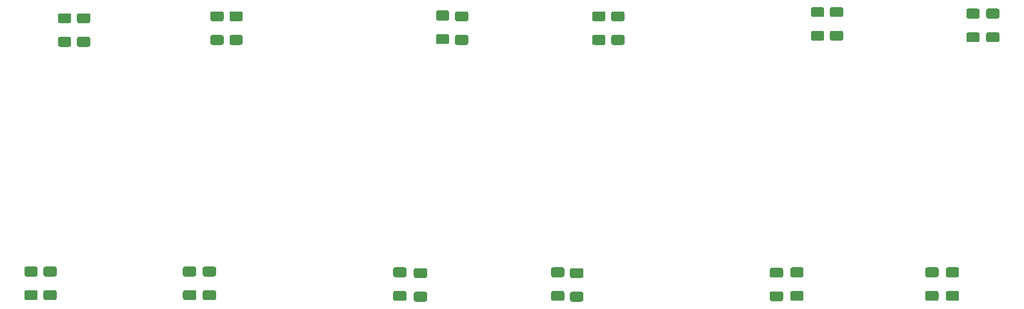
<source format=gbr>
%TF.GenerationSoftware,KiCad,Pcbnew,(5.1.9-0-10_14)*%
%TF.CreationDate,2021-06-18T00:48:09+02:00*%
%TF.ProjectId,V3,56332e6b-6963-4616-945f-706362585858,rev?*%
%TF.SameCoordinates,Original*%
%TF.FileFunction,Paste,Bot*%
%TF.FilePolarity,Positive*%
%FSLAX46Y46*%
G04 Gerber Fmt 4.6, Leading zero omitted, Abs format (unit mm)*
G04 Created by KiCad (PCBNEW (5.1.9-0-10_14)) date 2021-06-18 00:48:09*
%MOMM*%
%LPD*%
G01*
G04 APERTURE LIST*
G04 APERTURE END LIST*
%TO.C,R5*%
G36*
G01*
X188575000Y-77150000D02*
X189825000Y-77150000D01*
G75*
G02*
X190075000Y-77400000I0J-250000D01*
G01*
X190075000Y-78200000D01*
G75*
G02*
X189825000Y-78450000I-250000J0D01*
G01*
X188575000Y-78450000D01*
G75*
G02*
X188325000Y-78200000I0J250000D01*
G01*
X188325000Y-77400000D01*
G75*
G02*
X188575000Y-77150000I250000J0D01*
G01*
G37*
G36*
G01*
X188575000Y-80250000D02*
X189825000Y-80250000D01*
G75*
G02*
X190075000Y-80500000I0J-250000D01*
G01*
X190075000Y-81300000D01*
G75*
G02*
X189825000Y-81550000I-250000J0D01*
G01*
X188575000Y-81550000D01*
G75*
G02*
X188325000Y-81300000I0J250000D01*
G01*
X188325000Y-80500000D01*
G75*
G02*
X188575000Y-80250000I250000J0D01*
G01*
G37*
%TD*%
%TO.C,R6*%
G36*
G01*
X168075000Y-80250000D02*
X169325000Y-80250000D01*
G75*
G02*
X169575000Y-80500000I0J-250000D01*
G01*
X169575000Y-81300000D01*
G75*
G02*
X169325000Y-81550000I-250000J0D01*
G01*
X168075000Y-81550000D01*
G75*
G02*
X167825000Y-81300000I0J250000D01*
G01*
X167825000Y-80500000D01*
G75*
G02*
X168075000Y-80250000I250000J0D01*
G01*
G37*
G36*
G01*
X168075000Y-77150000D02*
X169325000Y-77150000D01*
G75*
G02*
X169575000Y-77400000I0J-250000D01*
G01*
X169575000Y-78200000D01*
G75*
G02*
X169325000Y-78450000I-250000J0D01*
G01*
X168075000Y-78450000D01*
G75*
G02*
X167825000Y-78200000I0J250000D01*
G01*
X167825000Y-77400000D01*
G75*
G02*
X168075000Y-77150000I250000J0D01*
G01*
G37*
%TD*%
%TO.C,R7*%
G36*
G01*
X187325000Y-78450000D02*
X186075000Y-78450000D01*
G75*
G02*
X185825000Y-78200000I0J250000D01*
G01*
X185825000Y-77400000D01*
G75*
G02*
X186075000Y-77150000I250000J0D01*
G01*
X187325000Y-77150000D01*
G75*
G02*
X187575000Y-77400000I0J-250000D01*
G01*
X187575000Y-78200000D01*
G75*
G02*
X187325000Y-78450000I-250000J0D01*
G01*
G37*
G36*
G01*
X187325000Y-81550000D02*
X186075000Y-81550000D01*
G75*
G02*
X185825000Y-81300000I0J250000D01*
G01*
X185825000Y-80500000D01*
G75*
G02*
X186075000Y-80250000I250000J0D01*
G01*
X187325000Y-80250000D01*
G75*
G02*
X187575000Y-80500000I0J-250000D01*
G01*
X187575000Y-81300000D01*
G75*
G02*
X187325000Y-81550000I-250000J0D01*
G01*
G37*
%TD*%
%TO.C,R8*%
G36*
G01*
X166825000Y-81450000D02*
X165575000Y-81450000D01*
G75*
G02*
X165325000Y-81200000I0J250000D01*
G01*
X165325000Y-80400000D01*
G75*
G02*
X165575000Y-80150000I250000J0D01*
G01*
X166825000Y-80150000D01*
G75*
G02*
X167075000Y-80400000I0J-250000D01*
G01*
X167075000Y-81200000D01*
G75*
G02*
X166825000Y-81450000I-250000J0D01*
G01*
G37*
G36*
G01*
X166825000Y-78350000D02*
X165575000Y-78350000D01*
G75*
G02*
X165325000Y-78100000I0J250000D01*
G01*
X165325000Y-77300000D01*
G75*
G02*
X165575000Y-77050000I250000J0D01*
G01*
X166825000Y-77050000D01*
G75*
G02*
X167075000Y-77300000I0J-250000D01*
G01*
X167075000Y-78100000D01*
G75*
G02*
X166825000Y-78350000I-250000J0D01*
G01*
G37*
%TD*%
%TO.C,R9*%
G36*
G01*
X138475000Y-80250000D02*
X139725000Y-80250000D01*
G75*
G02*
X139975000Y-80500000I0J-250000D01*
G01*
X139975000Y-81300000D01*
G75*
G02*
X139725000Y-81550000I-250000J0D01*
G01*
X138475000Y-81550000D01*
G75*
G02*
X138225000Y-81300000I0J250000D01*
G01*
X138225000Y-80500000D01*
G75*
G02*
X138475000Y-80250000I250000J0D01*
G01*
G37*
G36*
G01*
X138475000Y-77150000D02*
X139725000Y-77150000D01*
G75*
G02*
X139975000Y-77400000I0J-250000D01*
G01*
X139975000Y-78200000D01*
G75*
G02*
X139725000Y-78450000I-250000J0D01*
G01*
X138475000Y-78450000D01*
G75*
G02*
X138225000Y-78200000I0J250000D01*
G01*
X138225000Y-77400000D01*
G75*
G02*
X138475000Y-77150000I250000J0D01*
G01*
G37*
%TD*%
%TO.C,R10*%
G36*
G01*
X118475000Y-77400000D02*
X119725000Y-77400000D01*
G75*
G02*
X119975000Y-77650000I0J-250000D01*
G01*
X119975000Y-78450000D01*
G75*
G02*
X119725000Y-78700000I-250000J0D01*
G01*
X118475000Y-78700000D01*
G75*
G02*
X118225000Y-78450000I0J250000D01*
G01*
X118225000Y-77650000D01*
G75*
G02*
X118475000Y-77400000I250000J0D01*
G01*
G37*
G36*
G01*
X118475000Y-80500000D02*
X119725000Y-80500000D01*
G75*
G02*
X119975000Y-80750000I0J-250000D01*
G01*
X119975000Y-81550000D01*
G75*
G02*
X119725000Y-81800000I-250000J0D01*
G01*
X118475000Y-81800000D01*
G75*
G02*
X118225000Y-81550000I0J250000D01*
G01*
X118225000Y-80750000D01*
G75*
G02*
X118475000Y-80500000I250000J0D01*
G01*
G37*
%TD*%
%TO.C,R11*%
G36*
G01*
X137225000Y-81550000D02*
X135975000Y-81550000D01*
G75*
G02*
X135725000Y-81300000I0J250000D01*
G01*
X135725000Y-80500000D01*
G75*
G02*
X135975000Y-80250000I250000J0D01*
G01*
X137225000Y-80250000D01*
G75*
G02*
X137475000Y-80500000I0J-250000D01*
G01*
X137475000Y-81300000D01*
G75*
G02*
X137225000Y-81550000I-250000J0D01*
G01*
G37*
G36*
G01*
X137225000Y-78450000D02*
X135975000Y-78450000D01*
G75*
G02*
X135725000Y-78200000I0J250000D01*
G01*
X135725000Y-77400000D01*
G75*
G02*
X135975000Y-77150000I250000J0D01*
G01*
X137225000Y-77150000D01*
G75*
G02*
X137475000Y-77400000I0J-250000D01*
G01*
X137475000Y-78200000D01*
G75*
G02*
X137225000Y-78450000I-250000J0D01*
G01*
G37*
%TD*%
%TO.C,R12*%
G36*
G01*
X117225000Y-78700000D02*
X115975000Y-78700000D01*
G75*
G02*
X115725000Y-78450000I0J250000D01*
G01*
X115725000Y-77650000D01*
G75*
G02*
X115975000Y-77400000I250000J0D01*
G01*
X117225000Y-77400000D01*
G75*
G02*
X117475000Y-77650000I0J-250000D01*
G01*
X117475000Y-78450000D01*
G75*
G02*
X117225000Y-78700000I-250000J0D01*
G01*
G37*
G36*
G01*
X117225000Y-81800000D02*
X115975000Y-81800000D01*
G75*
G02*
X115725000Y-81550000I0J250000D01*
G01*
X115725000Y-80750000D01*
G75*
G02*
X115975000Y-80500000I250000J0D01*
G01*
X117225000Y-80500000D01*
G75*
G02*
X117475000Y-80750000I0J-250000D01*
G01*
X117475000Y-81550000D01*
G75*
G02*
X117225000Y-81800000I-250000J0D01*
G01*
G37*
%TD*%
%TO.C,R13*%
G36*
G01*
X237775000Y-79900000D02*
X239025000Y-79900000D01*
G75*
G02*
X239275000Y-80150000I0J-250000D01*
G01*
X239275000Y-80950000D01*
G75*
G02*
X239025000Y-81200000I-250000J0D01*
G01*
X237775000Y-81200000D01*
G75*
G02*
X237525000Y-80950000I0J250000D01*
G01*
X237525000Y-80150000D01*
G75*
G02*
X237775000Y-79900000I250000J0D01*
G01*
G37*
G36*
G01*
X237775000Y-76800000D02*
X239025000Y-76800000D01*
G75*
G02*
X239275000Y-77050000I0J-250000D01*
G01*
X239275000Y-77850000D01*
G75*
G02*
X239025000Y-78100000I-250000J0D01*
G01*
X237775000Y-78100000D01*
G75*
G02*
X237525000Y-77850000I0J250000D01*
G01*
X237525000Y-77050000D01*
G75*
G02*
X237775000Y-76800000I250000J0D01*
G01*
G37*
%TD*%
%TO.C,R14*%
G36*
G01*
X217275000Y-76600000D02*
X218525000Y-76600000D01*
G75*
G02*
X218775000Y-76850000I0J-250000D01*
G01*
X218775000Y-77650000D01*
G75*
G02*
X218525000Y-77900000I-250000J0D01*
G01*
X217275000Y-77900000D01*
G75*
G02*
X217025000Y-77650000I0J250000D01*
G01*
X217025000Y-76850000D01*
G75*
G02*
X217275000Y-76600000I250000J0D01*
G01*
G37*
G36*
G01*
X217275000Y-79700000D02*
X218525000Y-79700000D01*
G75*
G02*
X218775000Y-79950000I0J-250000D01*
G01*
X218775000Y-80750000D01*
G75*
G02*
X218525000Y-81000000I-250000J0D01*
G01*
X217275000Y-81000000D01*
G75*
G02*
X217025000Y-80750000I0J250000D01*
G01*
X217025000Y-79950000D01*
G75*
G02*
X217275000Y-79700000I250000J0D01*
G01*
G37*
%TD*%
%TO.C,R15*%
G36*
G01*
X236425000Y-81200000D02*
X235175000Y-81200000D01*
G75*
G02*
X234925000Y-80950000I0J250000D01*
G01*
X234925000Y-80150000D01*
G75*
G02*
X235175000Y-79900000I250000J0D01*
G01*
X236425000Y-79900000D01*
G75*
G02*
X236675000Y-80150000I0J-250000D01*
G01*
X236675000Y-80950000D01*
G75*
G02*
X236425000Y-81200000I-250000J0D01*
G01*
G37*
G36*
G01*
X236425000Y-78100000D02*
X235175000Y-78100000D01*
G75*
G02*
X234925000Y-77850000I0J250000D01*
G01*
X234925000Y-77050000D01*
G75*
G02*
X235175000Y-76800000I250000J0D01*
G01*
X236425000Y-76800000D01*
G75*
G02*
X236675000Y-77050000I0J-250000D01*
G01*
X236675000Y-77850000D01*
G75*
G02*
X236425000Y-78100000I-250000J0D01*
G01*
G37*
%TD*%
%TO.C,R16*%
G36*
G01*
X216025000Y-77900000D02*
X214775000Y-77900000D01*
G75*
G02*
X214525000Y-77650000I0J250000D01*
G01*
X214525000Y-76850000D01*
G75*
G02*
X214775000Y-76600000I250000J0D01*
G01*
X216025000Y-76600000D01*
G75*
G02*
X216275000Y-76850000I0J-250000D01*
G01*
X216275000Y-77650000D01*
G75*
G02*
X216025000Y-77900000I-250000J0D01*
G01*
G37*
G36*
G01*
X216025000Y-81000000D02*
X214775000Y-81000000D01*
G75*
G02*
X214525000Y-80750000I0J250000D01*
G01*
X214525000Y-79950000D01*
G75*
G02*
X214775000Y-79700000I250000J0D01*
G01*
X216025000Y-79700000D01*
G75*
G02*
X216275000Y-79950000I0J-250000D01*
G01*
X216275000Y-80750000D01*
G75*
G02*
X216025000Y-81000000I-250000J0D01*
G01*
G37*
%TD*%
%TO.C,R17*%
G36*
G01*
X181925000Y-112050000D02*
X180675000Y-112050000D01*
G75*
G02*
X180425000Y-111800000I0J250000D01*
G01*
X180425000Y-111000000D01*
G75*
G02*
X180675000Y-110750000I250000J0D01*
G01*
X181925000Y-110750000D01*
G75*
G02*
X182175000Y-111000000I0J-250000D01*
G01*
X182175000Y-111800000D01*
G75*
G02*
X181925000Y-112050000I-250000J0D01*
G01*
G37*
G36*
G01*
X181925000Y-115150000D02*
X180675000Y-115150000D01*
G75*
G02*
X180425000Y-114900000I0J250000D01*
G01*
X180425000Y-114100000D01*
G75*
G02*
X180675000Y-113850000I250000J0D01*
G01*
X181925000Y-113850000D01*
G75*
G02*
X182175000Y-114100000I0J-250000D01*
G01*
X182175000Y-114900000D01*
G75*
G02*
X181925000Y-115150000I-250000J0D01*
G01*
G37*
%TD*%
%TO.C,R18*%
G36*
G01*
X163925000Y-115250000D02*
X162675000Y-115250000D01*
G75*
G02*
X162425000Y-115000000I0J250000D01*
G01*
X162425000Y-114200000D01*
G75*
G02*
X162675000Y-113950000I250000J0D01*
G01*
X163925000Y-113950000D01*
G75*
G02*
X164175000Y-114200000I0J-250000D01*
G01*
X164175000Y-115000000D01*
G75*
G02*
X163925000Y-115250000I-250000J0D01*
G01*
G37*
G36*
G01*
X163925000Y-112150000D02*
X162675000Y-112150000D01*
G75*
G02*
X162425000Y-111900000I0J250000D01*
G01*
X162425000Y-111100000D01*
G75*
G02*
X162675000Y-110850000I250000J0D01*
G01*
X163925000Y-110850000D01*
G75*
G02*
X164175000Y-111100000I0J-250000D01*
G01*
X164175000Y-111900000D01*
G75*
G02*
X163925000Y-112150000I-250000J0D01*
G01*
G37*
%TD*%
%TO.C,R19*%
G36*
G01*
X183175000Y-110850000D02*
X184425000Y-110850000D01*
G75*
G02*
X184675000Y-111100000I0J-250000D01*
G01*
X184675000Y-111900000D01*
G75*
G02*
X184425000Y-112150000I-250000J0D01*
G01*
X183175000Y-112150000D01*
G75*
G02*
X182925000Y-111900000I0J250000D01*
G01*
X182925000Y-111100000D01*
G75*
G02*
X183175000Y-110850000I250000J0D01*
G01*
G37*
G36*
G01*
X183175000Y-113950000D02*
X184425000Y-113950000D01*
G75*
G02*
X184675000Y-114200000I0J-250000D01*
G01*
X184675000Y-115000000D01*
G75*
G02*
X184425000Y-115250000I-250000J0D01*
G01*
X183175000Y-115250000D01*
G75*
G02*
X182925000Y-115000000I0J250000D01*
G01*
X182925000Y-114200000D01*
G75*
G02*
X183175000Y-113950000I250000J0D01*
G01*
G37*
%TD*%
%TO.C,R20*%
G36*
G01*
X159975000Y-113850000D02*
X161225000Y-113850000D01*
G75*
G02*
X161475000Y-114100000I0J-250000D01*
G01*
X161475000Y-114900000D01*
G75*
G02*
X161225000Y-115150000I-250000J0D01*
G01*
X159975000Y-115150000D01*
G75*
G02*
X159725000Y-114900000I0J250000D01*
G01*
X159725000Y-114100000D01*
G75*
G02*
X159975000Y-113850000I250000J0D01*
G01*
G37*
G36*
G01*
X159975000Y-110750000D02*
X161225000Y-110750000D01*
G75*
G02*
X161475000Y-111000000I0J-250000D01*
G01*
X161475000Y-111800000D01*
G75*
G02*
X161225000Y-112050000I-250000J0D01*
G01*
X159975000Y-112050000D01*
G75*
G02*
X159725000Y-111800000I0J250000D01*
G01*
X159725000Y-111000000D01*
G75*
G02*
X159975000Y-110750000I250000J0D01*
G01*
G37*
%TD*%
%TO.C,R21*%
G36*
G01*
X136225000Y-111950000D02*
X134975000Y-111950000D01*
G75*
G02*
X134725000Y-111700000I0J250000D01*
G01*
X134725000Y-110900000D01*
G75*
G02*
X134975000Y-110650000I250000J0D01*
G01*
X136225000Y-110650000D01*
G75*
G02*
X136475000Y-110900000I0J-250000D01*
G01*
X136475000Y-111700000D01*
G75*
G02*
X136225000Y-111950000I-250000J0D01*
G01*
G37*
G36*
G01*
X136225000Y-115050000D02*
X134975000Y-115050000D01*
G75*
G02*
X134725000Y-114800000I0J250000D01*
G01*
X134725000Y-114000000D01*
G75*
G02*
X134975000Y-113750000I250000J0D01*
G01*
X136225000Y-113750000D01*
G75*
G02*
X136475000Y-114000000I0J-250000D01*
G01*
X136475000Y-114800000D01*
G75*
G02*
X136225000Y-115050000I-250000J0D01*
G01*
G37*
%TD*%
%TO.C,R22*%
G36*
G01*
X115325000Y-115050000D02*
X114075000Y-115050000D01*
G75*
G02*
X113825000Y-114800000I0J250000D01*
G01*
X113825000Y-114000000D01*
G75*
G02*
X114075000Y-113750000I250000J0D01*
G01*
X115325000Y-113750000D01*
G75*
G02*
X115575000Y-114000000I0J-250000D01*
G01*
X115575000Y-114800000D01*
G75*
G02*
X115325000Y-115050000I-250000J0D01*
G01*
G37*
G36*
G01*
X115325000Y-111950000D02*
X114075000Y-111950000D01*
G75*
G02*
X113825000Y-111700000I0J250000D01*
G01*
X113825000Y-110900000D01*
G75*
G02*
X114075000Y-110650000I250000J0D01*
G01*
X115325000Y-110650000D01*
G75*
G02*
X115575000Y-110900000I0J-250000D01*
G01*
X115575000Y-111700000D01*
G75*
G02*
X115325000Y-111950000I-250000J0D01*
G01*
G37*
%TD*%
%TO.C,R23*%
G36*
G01*
X132375000Y-110650000D02*
X133625000Y-110650000D01*
G75*
G02*
X133875000Y-110900000I0J-250000D01*
G01*
X133875000Y-111700000D01*
G75*
G02*
X133625000Y-111950000I-250000J0D01*
G01*
X132375000Y-111950000D01*
G75*
G02*
X132125000Y-111700000I0J250000D01*
G01*
X132125000Y-110900000D01*
G75*
G02*
X132375000Y-110650000I250000J0D01*
G01*
G37*
G36*
G01*
X132375000Y-113750000D02*
X133625000Y-113750000D01*
G75*
G02*
X133875000Y-114000000I0J-250000D01*
G01*
X133875000Y-114800000D01*
G75*
G02*
X133625000Y-115050000I-250000J0D01*
G01*
X132375000Y-115050000D01*
G75*
G02*
X132125000Y-114800000I0J250000D01*
G01*
X132125000Y-114000000D01*
G75*
G02*
X132375000Y-113750000I250000J0D01*
G01*
G37*
%TD*%
%TO.C,R24*%
G36*
G01*
X111575000Y-113750000D02*
X112825000Y-113750000D01*
G75*
G02*
X113075000Y-114000000I0J-250000D01*
G01*
X113075000Y-114800000D01*
G75*
G02*
X112825000Y-115050000I-250000J0D01*
G01*
X111575000Y-115050000D01*
G75*
G02*
X111325000Y-114800000I0J250000D01*
G01*
X111325000Y-114000000D01*
G75*
G02*
X111575000Y-113750000I250000J0D01*
G01*
G37*
G36*
G01*
X111575000Y-110650000D02*
X112825000Y-110650000D01*
G75*
G02*
X113075000Y-110900000I0J-250000D01*
G01*
X113075000Y-111700000D01*
G75*
G02*
X112825000Y-111950000I-250000J0D01*
G01*
X111575000Y-111950000D01*
G75*
G02*
X111325000Y-111700000I0J250000D01*
G01*
X111325000Y-110900000D01*
G75*
G02*
X111575000Y-110650000I250000J0D01*
G01*
G37*
%TD*%
%TO.C,R25*%
G36*
G01*
X231025000Y-112050000D02*
X229775000Y-112050000D01*
G75*
G02*
X229525000Y-111800000I0J250000D01*
G01*
X229525000Y-111000000D01*
G75*
G02*
X229775000Y-110750000I250000J0D01*
G01*
X231025000Y-110750000D01*
G75*
G02*
X231275000Y-111000000I0J-250000D01*
G01*
X231275000Y-111800000D01*
G75*
G02*
X231025000Y-112050000I-250000J0D01*
G01*
G37*
G36*
G01*
X231025000Y-115150000D02*
X229775000Y-115150000D01*
G75*
G02*
X229525000Y-114900000I0J250000D01*
G01*
X229525000Y-114100000D01*
G75*
G02*
X229775000Y-113850000I250000J0D01*
G01*
X231025000Y-113850000D01*
G75*
G02*
X231275000Y-114100000I0J-250000D01*
G01*
X231275000Y-114900000D01*
G75*
G02*
X231025000Y-115150000I-250000J0D01*
G01*
G37*
%TD*%
%TO.C,R26*%
G36*
G01*
X213325000Y-115150000D02*
X212075000Y-115150000D01*
G75*
G02*
X211825000Y-114900000I0J250000D01*
G01*
X211825000Y-114100000D01*
G75*
G02*
X212075000Y-113850000I250000J0D01*
G01*
X213325000Y-113850000D01*
G75*
G02*
X213575000Y-114100000I0J-250000D01*
G01*
X213575000Y-114900000D01*
G75*
G02*
X213325000Y-115150000I-250000J0D01*
G01*
G37*
G36*
G01*
X213325000Y-112050000D02*
X212075000Y-112050000D01*
G75*
G02*
X211825000Y-111800000I0J250000D01*
G01*
X211825000Y-111000000D01*
G75*
G02*
X212075000Y-110750000I250000J0D01*
G01*
X213325000Y-110750000D01*
G75*
G02*
X213575000Y-111000000I0J-250000D01*
G01*
X213575000Y-111800000D01*
G75*
G02*
X213325000Y-112050000I-250000J0D01*
G01*
G37*
%TD*%
%TO.C,R27*%
G36*
G01*
X232475000Y-110750000D02*
X233725000Y-110750000D01*
G75*
G02*
X233975000Y-111000000I0J-250000D01*
G01*
X233975000Y-111800000D01*
G75*
G02*
X233725000Y-112050000I-250000J0D01*
G01*
X232475000Y-112050000D01*
G75*
G02*
X232225000Y-111800000I0J250000D01*
G01*
X232225000Y-111000000D01*
G75*
G02*
X232475000Y-110750000I250000J0D01*
G01*
G37*
G36*
G01*
X232475000Y-113850000D02*
X233725000Y-113850000D01*
G75*
G02*
X233975000Y-114100000I0J-250000D01*
G01*
X233975000Y-114900000D01*
G75*
G02*
X233725000Y-115150000I-250000J0D01*
G01*
X232475000Y-115150000D01*
G75*
G02*
X232225000Y-114900000I0J250000D01*
G01*
X232225000Y-114100000D01*
G75*
G02*
X232475000Y-113850000I250000J0D01*
G01*
G37*
%TD*%
%TO.C,R28*%
G36*
G01*
X209375000Y-113900000D02*
X210625000Y-113900000D01*
G75*
G02*
X210875000Y-114150000I0J-250000D01*
G01*
X210875000Y-114950000D01*
G75*
G02*
X210625000Y-115200000I-250000J0D01*
G01*
X209375000Y-115200000D01*
G75*
G02*
X209125000Y-114950000I0J250000D01*
G01*
X209125000Y-114150000D01*
G75*
G02*
X209375000Y-113900000I250000J0D01*
G01*
G37*
G36*
G01*
X209375000Y-110800000D02*
X210625000Y-110800000D01*
G75*
G02*
X210875000Y-111050000I0J-250000D01*
G01*
X210875000Y-111850000D01*
G75*
G02*
X210625000Y-112100000I-250000J0D01*
G01*
X209375000Y-112100000D01*
G75*
G02*
X209125000Y-111850000I0J250000D01*
G01*
X209125000Y-111050000D01*
G75*
G02*
X209375000Y-110800000I250000J0D01*
G01*
G37*
%TD*%
M02*

</source>
